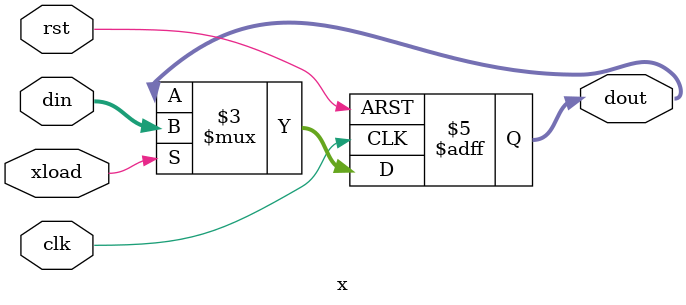
<source format=v>
/*数据暂存器x，存放ALU的一个输入，另外一个输入来自于总线*/
module x(din, clk, rst, xload, dout);
	
	input clk, rst, xload;
	input [7:0] din;
	output [7:0] dout;
	
	reg [7:0] dout;
	
	always@(posedge clk or negedge rst)
		if(!rst)
			dout<=0;	
		else 
			if(xload)
				dout<=din;
	
endmodule


</source>
